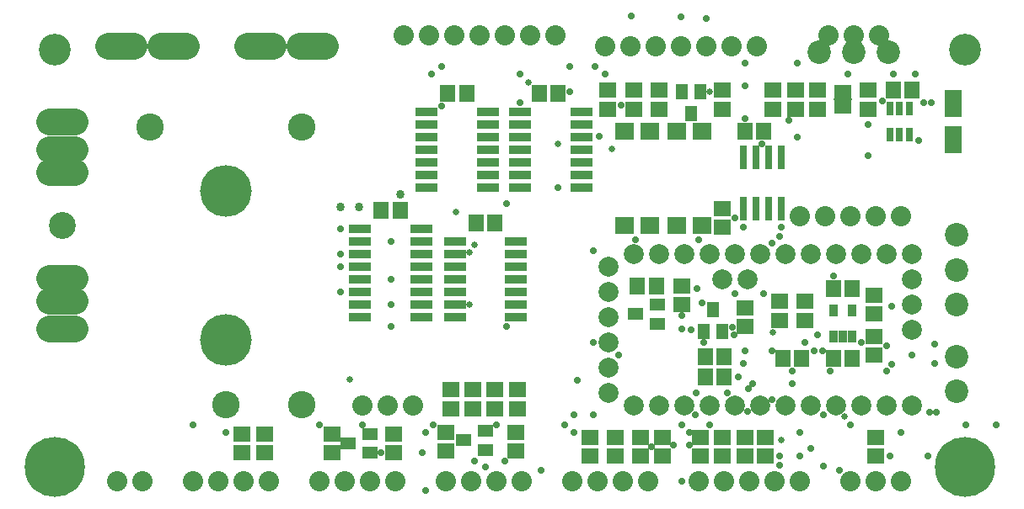
<source format=gbs>
G04 EAGLE Gerber RS-274X export*
G75*
%MOMM*%
%FSLAX34Y34*%
%LPD*%
%INSoldermask Bottom*%
%IPPOS*%
%AMOC8*
5,1,8,0,0,1.08239X$1,22.5*%
G01*
%ADD10R,1.503200X1.703200*%
%ADD11C,2.032000*%
%ADD12R,1.703200X1.503200*%
%ADD13R,2.235200X0.863600*%
%ADD14R,1.203200X1.603200*%
%ADD15C,3.203200*%
%ADD16C,2.743200*%
%ADD17C,5.203200*%
%ADD18C,2.743200*%
%ADD19R,1.983200X1.753200*%
%ADD20C,2.363200*%
%ADD21R,0.753200X1.403200*%
%ADD22R,1.803400X1.371600*%
%ADD23R,1.828800X0.152400*%
%ADD24R,1.803200X2.803200*%
%ADD25R,0.803200X2.403200*%
%ADD26R,1.603200X1.203200*%
%ADD27C,2.003200*%
%ADD28R,0.893200X1.193200*%
%ADD29C,6.045200*%
%ADD30C,2.703200*%
%ADD31C,0.705600*%
%ADD32C,0.655600*%
%ADD33C,0.855600*%


D10*
X387325Y298450D03*
X368325Y298450D03*
X482575Y285750D03*
X463575Y285750D03*
X454000Y415925D03*
X435000Y415925D03*
D11*
X492813Y474075D03*
X518213Y474075D03*
X543613Y474075D03*
X467413Y474075D03*
X442013Y474075D03*
X416613Y474075D03*
X391213Y474075D03*
X644213Y463550D03*
X618813Y463550D03*
X593413Y463550D03*
X669613Y463550D03*
X695013Y463550D03*
X720413Y463550D03*
X745813Y463550D03*
D12*
X647700Y400075D03*
X647700Y419075D03*
X711200Y419075D03*
X711200Y400075D03*
X622300Y419075D03*
X622300Y400075D03*
D13*
X475234Y396875D03*
X413766Y396875D03*
X475234Y384175D03*
X475234Y371475D03*
X413766Y384175D03*
X413766Y371475D03*
X475234Y358775D03*
X413766Y358775D03*
X475234Y346075D03*
X475234Y333375D03*
X413766Y346075D03*
X413766Y333375D03*
X475234Y320675D03*
X413766Y320675D03*
X569059Y396825D03*
X507591Y396825D03*
X569059Y384125D03*
X569059Y371425D03*
X507591Y384125D03*
X507591Y371425D03*
X569059Y358725D03*
X507591Y358725D03*
X569059Y346025D03*
X569059Y333325D03*
X507591Y346025D03*
X507591Y333325D03*
X569059Y320625D03*
X507591Y320625D03*
X408559Y279400D03*
X347091Y279400D03*
X408559Y266700D03*
X408559Y254000D03*
X347091Y266700D03*
X347091Y254000D03*
X408559Y241300D03*
X347091Y241300D03*
X408559Y228600D03*
X347091Y228600D03*
X408559Y215900D03*
X408559Y203200D03*
X347091Y215900D03*
X347091Y203200D03*
X408559Y190500D03*
X347091Y190500D03*
X503809Y266700D03*
X442341Y266700D03*
X503809Y254000D03*
X503809Y241300D03*
X442341Y254000D03*
X442341Y241300D03*
X503809Y228600D03*
X442341Y228600D03*
X503809Y215900D03*
X503809Y203200D03*
X442341Y215900D03*
X442341Y203200D03*
X503809Y190500D03*
X442341Y190500D03*
D10*
X546075Y415925D03*
X527075Y415925D03*
D14*
X679450Y395400D03*
X688950Y417400D03*
X669950Y417400D03*
D15*
X955000Y460000D03*
D16*
X288200Y102550D03*
X212200Y102550D03*
X135800Y381950D03*
X288200Y381950D03*
D17*
X212200Y167550D03*
X212200Y317550D03*
D18*
X172550Y463550D02*
X147150Y463550D01*
X119550Y463550D02*
X94150Y463550D01*
X286850Y463550D02*
X312250Y463550D01*
X259250Y463550D02*
X233850Y463550D01*
D15*
X40000Y460000D03*
D19*
X665163Y377900D03*
X690563Y377900D03*
X690563Y282500D03*
X665163Y282500D03*
D10*
X644500Y222250D03*
X625500Y222250D03*
D12*
X228600Y73000D03*
X228600Y54000D03*
X250825Y73000D03*
X250825Y54000D03*
X793750Y187350D03*
X793750Y206350D03*
D10*
X771550Y149225D03*
X790550Y149225D03*
D20*
X946150Y115813D03*
X946150Y150813D03*
D12*
X806450Y400075D03*
X806450Y419075D03*
X711200Y300013D03*
X711200Y281013D03*
D10*
X882675Y419100D03*
X901675Y419100D03*
D21*
X898500Y374349D03*
X889000Y374349D03*
X879500Y374349D03*
X879500Y400351D03*
X898500Y400351D03*
X889000Y400351D03*
D12*
X857250Y400075D03*
X857250Y419075D03*
D22*
X831850Y401955D03*
X831850Y417195D03*
D23*
X831850Y409575D03*
D12*
X784225Y400075D03*
X784225Y419075D03*
X762000Y400075D03*
X762000Y419075D03*
D24*
X942975Y405350D03*
X942975Y369350D03*
D25*
X744538Y351438D03*
X744538Y299438D03*
X731838Y351438D03*
X757238Y351438D03*
X769938Y351438D03*
X731838Y299438D03*
X757238Y299438D03*
X769938Y299438D03*
D10*
X752450Y377825D03*
X733450Y377825D03*
D11*
X611188Y25400D03*
X585788Y25400D03*
X560388Y25400D03*
X636588Y25400D03*
D12*
X381000Y73000D03*
X381000Y54000D03*
X503238Y74588D03*
X503238Y55588D03*
D26*
X450963Y66675D03*
X472963Y57175D03*
X472963Y76175D03*
D11*
X230188Y25400D03*
X204788Y25400D03*
X179388Y25400D03*
X255588Y25400D03*
X738188Y25400D03*
X712788Y25400D03*
X687388Y25400D03*
X763588Y25400D03*
X788988Y25400D03*
X357188Y25400D03*
X331788Y25400D03*
X306388Y25400D03*
X382588Y25400D03*
X484188Y25400D03*
X458788Y25400D03*
X433388Y25400D03*
X509588Y25400D03*
X890588Y25400D03*
X865188Y25400D03*
X839788Y25400D03*
D27*
X901700Y254000D03*
X876300Y254000D03*
X850900Y254000D03*
X825500Y254000D03*
X800100Y254000D03*
X774700Y254000D03*
X749300Y254000D03*
X723900Y254000D03*
X698500Y254000D03*
X673100Y254000D03*
X647700Y254000D03*
X622300Y254000D03*
X901700Y228600D03*
X901700Y203200D03*
X901700Y177800D03*
X596900Y241300D03*
X596900Y215900D03*
X596900Y190500D03*
X596900Y165100D03*
X596900Y139700D03*
X596900Y114300D03*
X711200Y228600D03*
X736600Y228600D03*
X901700Y101600D03*
X876300Y101600D03*
X850900Y101600D03*
X825500Y101600D03*
X800100Y101600D03*
X774700Y101600D03*
X723900Y101600D03*
X698500Y101600D03*
X647700Y101600D03*
X622300Y101600D03*
X673100Y101600D03*
X749300Y101600D03*
D28*
X841350Y171250D03*
X831850Y171250D03*
X822350Y171250D03*
X822350Y197150D03*
X841350Y197150D03*
D12*
X863600Y212700D03*
X863600Y193700D03*
X863600Y152425D03*
X863600Y171425D03*
D10*
X822350Y149225D03*
X841350Y149225D03*
D12*
X768350Y187350D03*
X768350Y206350D03*
X482600Y117450D03*
X482600Y98450D03*
X504825Y117450D03*
X504825Y98450D03*
X438150Y98450D03*
X438150Y117450D03*
X460375Y117450D03*
X460375Y98450D03*
D11*
X400050Y101600D03*
X374650Y101600D03*
X349250Y101600D03*
D29*
X955000Y40000D03*
X40000Y40000D03*
D10*
X841350Y219075D03*
X822350Y219075D03*
D26*
X335075Y63500D03*
X357075Y54000D03*
X357075Y73000D03*
X624000Y193675D03*
X646000Y184175D03*
X646000Y203175D03*
D12*
X733425Y200000D03*
X733425Y181000D03*
X603250Y50825D03*
X603250Y69825D03*
D14*
X701675Y198325D03*
X692175Y176325D03*
X711175Y176325D03*
D12*
X577850Y50825D03*
X577850Y69825D03*
X669925Y222225D03*
X669925Y203225D03*
X650875Y50825D03*
X650875Y69825D03*
X628650Y69825D03*
X628650Y50825D03*
D19*
X638175Y282500D03*
X612775Y282500D03*
X612775Y377900D03*
X638175Y377900D03*
D20*
X946150Y203200D03*
X946150Y238200D03*
X946150Y273200D03*
D18*
X60325Y358775D02*
X34925Y358775D01*
X34925Y206375D02*
X60325Y206375D01*
D30*
X47625Y282575D03*
D11*
X128588Y25400D03*
X103188Y25400D03*
D12*
X865188Y50825D03*
X865188Y69825D03*
X711200Y69825D03*
X711200Y50825D03*
X733425Y69825D03*
X733425Y50825D03*
X688975Y50825D03*
X688975Y69825D03*
X754063Y50825D03*
X754063Y69825D03*
D10*
X712763Y150813D03*
X693763Y150813D03*
X712763Y130175D03*
X693763Y130175D03*
D18*
X60325Y386715D02*
X34925Y386715D01*
X34925Y178435D02*
X60325Y178435D01*
X60325Y229235D02*
X34925Y229235D01*
X34925Y335915D02*
X60325Y335915D01*
D12*
X595313Y400075D03*
X595313Y419075D03*
D11*
X817613Y474075D03*
X843013Y474075D03*
X868413Y474075D03*
D12*
X319088Y54000D03*
X319088Y73000D03*
X433388Y55588D03*
X433388Y74588D03*
D11*
X839788Y292100D03*
X814388Y292100D03*
X788988Y292100D03*
X865188Y292100D03*
X890588Y292100D03*
D20*
X878000Y457000D03*
X843000Y457000D03*
X808000Y457000D03*
D31*
X839788Y82550D03*
X955675Y82550D03*
X669925Y82550D03*
X552450Y82550D03*
X349250Y82550D03*
X306388Y82550D03*
X179388Y82550D03*
X986425Y82550D03*
X822325Y231775D03*
X698500Y82550D03*
X484281Y82550D03*
X901700Y152400D03*
X669925Y25400D03*
X819150Y136525D03*
X420688Y82550D03*
X769938Y280988D03*
X623888Y268288D03*
X686800Y268288D03*
X731838Y280988D03*
X890588Y74544D03*
X788988Y74544D03*
X212200Y74544D03*
X581025Y257175D03*
X581025Y165100D03*
X581025Y92075D03*
X561975Y92075D03*
X561975Y74544D03*
X793750Y165100D03*
X692150Y165100D03*
X412750Y74544D03*
X368300Y53975D03*
X409575Y53975D03*
X850900Y165100D03*
X677693Y74544D03*
X768350Y50800D03*
X788988Y50800D03*
X661988Y61913D03*
X677693Y61913D03*
X473075Y39688D03*
X723900Y290513D03*
X768500Y271613D03*
X669000Y493000D03*
D32*
X515938Y427038D03*
X442913Y296863D03*
D31*
X695000Y491000D03*
X619000Y494000D03*
D32*
X457200Y203200D03*
D31*
X609000Y404000D03*
D32*
X546100Y365125D03*
X461963Y263525D03*
X698500Y417513D03*
X600075Y360363D03*
X336550Y128270D03*
D31*
X690563Y204788D03*
X606425Y152400D03*
X760413Y265113D03*
D32*
X762000Y175260D03*
D31*
X412750Y15875D03*
X760413Y157163D03*
X760413Y107950D03*
X750888Y365125D03*
X785813Y371475D03*
X731838Y144463D03*
X461963Y46038D03*
X492125Y46038D03*
D32*
X769938Y66675D03*
D31*
X876300Y161925D03*
X876300Y136525D03*
X919163Y95250D03*
X917575Y50800D03*
X879475Y50800D03*
X925513Y95250D03*
X881063Y142875D03*
X881063Y201613D03*
X528638Y36513D03*
X828675Y36513D03*
D32*
X833438Y90488D03*
D31*
X923925Y144463D03*
X923925Y163513D03*
X806450Y173038D03*
X803275Y157163D03*
X812800Y92075D03*
X812800Y40866D03*
X768350Y41275D03*
X781050Y136525D03*
X781050Y123825D03*
X727075Y130175D03*
X565150Y127000D03*
X685800Y219075D03*
X679450Y177800D03*
X715963Y114300D03*
X685000Y114000D03*
X670000Y192000D03*
X670000Y179000D03*
X684000Y92000D03*
X741363Y123825D03*
X733425Y157163D03*
X800100Y58738D03*
X639763Y60325D03*
D33*
X387350Y314325D03*
D31*
X377825Y266700D03*
X377825Y228600D03*
X377825Y203200D03*
X377825Y180975D03*
X908050Y368300D03*
X857250Y384175D03*
X857250Y353025D03*
X733425Y446088D03*
X733425Y423863D03*
X587375Y373063D03*
X428625Y403225D03*
X493713Y304800D03*
X494284Y180975D03*
X428625Y442913D03*
X912813Y406400D03*
X785813Y446088D03*
X582613Y442913D03*
X557213Y417513D03*
X557213Y442913D03*
X777875Y388938D03*
X733425Y390525D03*
X546100Y320625D03*
D33*
X346075Y301625D03*
X327025Y301625D03*
D31*
X508000Y406400D03*
X508000Y434975D03*
X419100Y434975D03*
X327025Y215900D03*
X327025Y241300D03*
X327025Y254000D03*
X327025Y279400D03*
X882650Y434975D03*
X920750Y406400D03*
X904875Y434975D03*
X836613Y434975D03*
X593000Y434975D03*
D32*
X457200Y255588D03*
D31*
X752475Y214313D03*
X722497Y172579D03*
X737218Y118717D03*
X736113Y95737D03*
X723900Y214313D03*
X721308Y180392D03*
X812000Y157000D03*
X871827Y407988D03*
M02*

</source>
